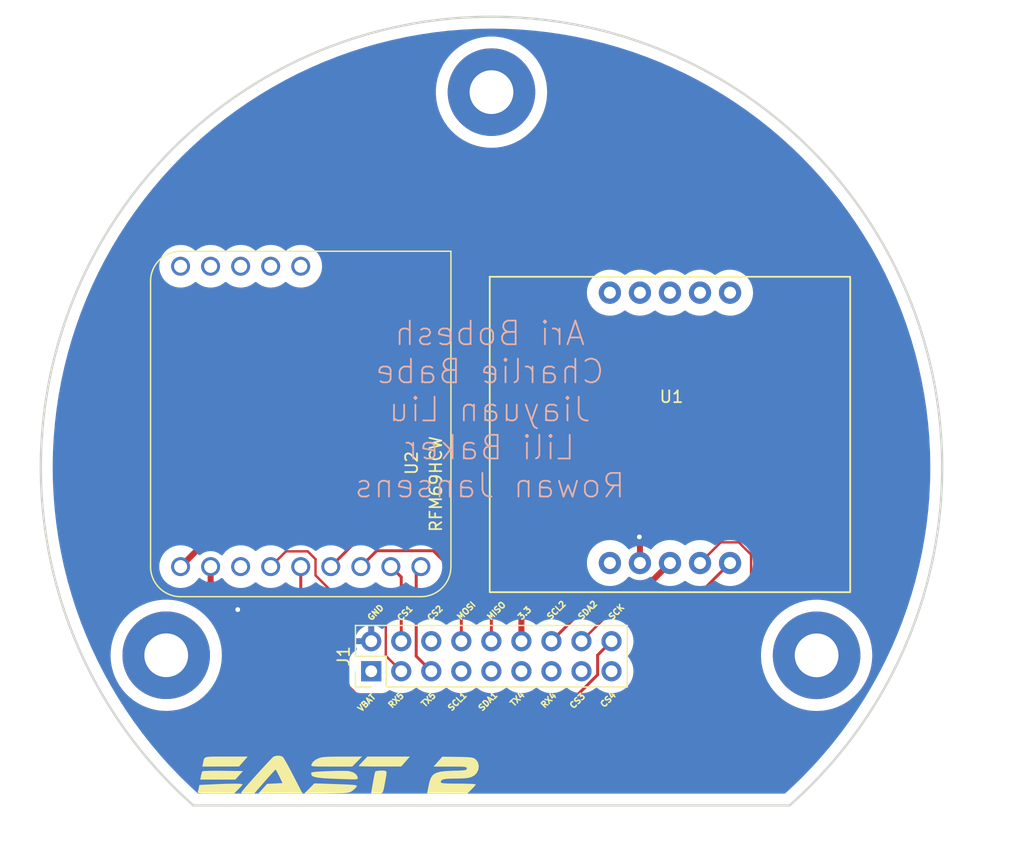
<source format=kicad_pcb>
(kicad_pcb (version 20211014) (generator pcbnew)
  (layers (0 "F.Cu" signal) (31 "B.Cu" signal) (34 "B.Paste" user) (35 "F.Paste" user) (36 "B.SilkS" user "B.Silkscreen") (37 "F.SilkS" user "F.Silkscreen") (38 "B.Mask" user) (39 "F.Mask" user) (44 "Edge.Cuts" user))
  (net 0 "")
  (net 1 "/GND")
  (net 2 "/3.3V")
  (net 3 "/RX 5")
  (net 4 "/TX 5")
  (net 5 "/MOSI")
  (net 6 "/CS 1")
  (net 7 "/CS 2")
  (net 8 "/CS 3")
  (net 9 "/MISO")
  (net 10 "/TX 4")
  (net 11 "/RX 4")
  (net 12 "/SCK")
  (net 13 "/SDA 2")
  (net 14 "/SCL 2")
  (net 15 "/SDA 1")
  (net 16 "/SCL 1")
  (net 29 "/V_BATT")
  (net 30 "/CS 4")
  (footprint "MountingHole:MountingHole_3.7mm_Pad_TopBottom" (layer "F.Cu") (at 170.641661 116.84528)
    (fp_text reference "REF**" hide)
    (fp_text value "MountingHole_3.7mm_Pad_TopBottom" hide)
    (pad "1" thru_hole circle (at 0 0) (size 4.1 4.1) (drill 3.7) (layers *.Cu *.Mask))
    (pad "1" connect circle (at 0 0) (size 7.4 7.4) (layers "F.Cu" "F.Mask"))
    (pad "1" connect circle (at 0 0) (size 7.4 7.4) (layers "B.Cu" "B.Mask"))
  )
  (footprint "LOGO" (layer "F.Cu") (at 130.05796 127.184274)
    (fp_text reference "" (at 0 0) (layer "F.SilkS") (effects (font (size 1.524 1.524) (thickness 0.3))))
    (fp_text value "LOGO" hide)
    (fp_poly (pts (xy 1.318699 -0.931334) (xy -0.43866 -0.931334) (xy -1.026529 -0.932195) (xy -1.465622 -0.935969) (xy -1.776495 -0.944443) (xy -1.9797 -0.959403) (xy -2.095791 -0.982637) (xy -2.145324 -1.01593) (xy -2.148852 -1.061069) (xy -2.143199 -1.0795) (xy -2.019615 -1.312307) (xy -1.812998 -1.49098) (xy -1.566333 -1.620226) (xy -1.4264 -1.674327) (xy -1.260582 -1.714432) (xy -1.042434 -1.742572) (xy -0.745509 -1.760781) (xy -0.343363 -1.771091) (xy 0.190452 -1.775533) (xy 0.462484 -1.776141) (xy 2.152635 -1.778)) (layer "F.SilkS") (width 0) (fill solid))
    (fp_poly (pts (xy 0.619401 -0.569349) (xy 0.922239 -0.559422) (xy 1.043052 -0.5482) (xy 1.389643 -0.448746) (xy 1.642533 -0.281349) (xy 1.769339 -0.070306) (xy 1.778 0.003298) (xy 1.781041 0.054782) (xy 1.777617 0.094585) (xy 1.748913 0.123435) (xy 1.67611 0.142056) (xy 1.540391 0.151175) (xy 1.322939 0.151519) (xy 1.004936 0.143814) (xy 0.567566 0.128785) (xy -0.007989 0.107159) (xy -0.465666 0.089888) (xy -1.119658 0.054097) (xy -1.607542 0.001687) (xy -1.931768 -0.067783) (xy -2.094788 -0.154756) (xy -2.116666 -0.207721) (xy -2.142743 -0.30473) (xy -2.163482 -0.362151) (xy -2.156581 -0.408488) (xy -2.081935 -0.445049) (xy -1.918651 -0.474584) (xy -1.64584 -0.499842) (xy -1.24261 -0.523573) (xy -0.775035 -0.54488) (xy -0.267373 -0.562008) (xy 0.210151 -0.570188)) (layer "F.SilkS") (width 0) (fill solid))
    (fp_poly (pts (xy -9.692879 -0.574442) (xy -9.605752 -0.573341) (xy -7.920651 -0.550334) (xy -8.245844 -0.1905) (xy -8.571037 0.169333) (xy -11.533512 0.169333) (xy -11.475167 -0.148167) (xy -11.421706 -0.371392) (xy -11.3642 -0.517212) (xy -11.353838 -0.531007) (xy -11.253509 -0.549882) (xy -11.010568 -0.564309) (xy -10.651697 -0.573642) (xy -10.203574 -0.577235)) (layer "F.SilkS") (width 0) (fill solid))
    (fp_poly (pts (xy -4.794884 -1.847025) (xy -4.571527 -1.767524) (xy -4.557242 -1.756834) (xy -4.479245 -1.65134) (xy -4.339238 -1.419441) (xy -4.151223 -1.086047) (xy -3.929199 -0.676068) (xy -3.687169 -0.214414) (xy -3.653045 -0.148167) (xy -2.880638 1.354666) (xy -6.627932 1.354666) (xy -6.256133 0.942048) (xy -5.884333 0.52943) (xy -4.580105 0.465666) (xy -4.851219 -0.103098) (xy -4.986937 -0.377011) (xy -5.09692 -0.579187) (xy -5.160281 -0.671604) (xy -5.164666 -0.673664) (xy -5.231768 -0.613763) (xy -5.389725 -0.447129) (xy -5.61884 -0.195291) (xy -5.899416 0.12022) (xy -6.09165 0.3396) (xy -6.976301 1.354666) (xy -7.556951 1.354666) (xy -7.859958 1.351939) (xy -8.02311 1.336798) (xy -8.075874 1.298802) (xy -8.047716 1.227511) (xy -8.022156 1.189844) (xy -7.903592 1.038833) (xy -7.698988 0.797125) (xy -7.428553 0.486998) (xy -7.112495 0.130729) (xy -6.771024 -0.249403) (xy -6.424347 -0.631123) (xy -6.092675 -0.99215) (xy -5.796215 -1.31021) (xy -5.555177 -1.563022) (xy -5.389768 -1.728311) (xy -5.326078 -1.78224) (xy -5.075865 -1.852904)) (layer "F.SilkS") (width 0) (fill solid))
    (fp_poly (pts (xy -0.053824 0.548968) (xy 0.54624 0.570148) (xy 0.99694 0.588878) (xy 1.318177 0.607627) (xy 1.52985 0.628863) (xy 1.651857 0.655054) (xy 1.704097 0.688666) (xy 1.706471 0.732169) (xy 1.691505 0.765415) (xy 1.569803 0.91463) (xy 1.375342 1.085174) (xy 1.333672 1.115945) (xy 1.237824 1.179576) (xy 1.136239 1.228157) (xy 1.005182 1.264104) (xy 0.820916 1.289832) (xy 0.559706 1.307757) (xy 0.197818 1.320294) (xy -0.288486 1.32986) (xy -0.846666 1.337852) (xy -2.751666 1.363372) (xy -2.316657 0.925017) (xy -1.881647 0.486663)) (layer "F.SilkS") (width 0) (fill solid))
    (fp_poly (pts (xy 3.990826 -0.592047) (xy 4.131112 -0.571095) (xy 4.203524 -0.501171) (xy 4.218067 -0.353636) (xy 4.184743 -0.099849) (xy 4.113556 0.288828) (xy 4.102094 0.35048) (xy 4.024089 0.772598) (xy 3.96279 1.0565) (xy 3.898989 1.229451) (xy 3.813475 1.318717) (xy 3.687041 1.351563) (xy 3.500476 1.355254) (xy 3.394614 1.354666) (xy 2.905972 1.354666) (xy 3.060541 0.459379) (xy 3.128271 0.085) (xy 3.190703 -0.228151) (xy 3.239856 -0.441799) (xy 3.263552 -0.514288) (xy 3.368723 -0.557853) (xy 3.587519 -0.586312) (xy 3.772664 -0.592667)) (layer "F.SilkS") (width 0) (fill solid))
    (fp_poly (pts (xy -8.124331 0.527383) (xy -7.972401 0.558113) (xy -7.958666 0.575038) (xy -8.014672 0.665665) (xy -8.159999 0.832607) (xy -8.321705 0.998371) (xy -8.684743 1.354666) (xy -10.23241 1.354666) (xy -10.779691 1.353602) (xy -11.179602 1.34897) (xy -11.4541 1.338613) (xy -11.625142 1.320372) (xy -11.714684 1.29209) (xy -11.744684 1.251608) (xy -11.739908 1.2065) (xy -11.690201 1.007767) (xy -11.651248 0.838747) (xy -11.602757 0.619162) (xy -10.394545 0.563891) (xy -9.579559 0.530841) (xy -8.928881 0.513743) (xy -8.443481 0.512592)) (layer "F.SilkS") (width 0) (fill solid))
    (fp_poly (pts (xy 10.217621 -1.752067) (xy 10.719423 -1.743646) (xy 11.082048 -1.730656) (xy 11.335648 -1.709256) (xy 11.510379 -1.675601) (xy 11.636393 -1.625849) (xy 11.741621 -1.557814) (xy 11.936595 -1.31583) (xy 12.018913 -0.99927) (xy 11.983722 -0.664146) (xy 11.843085 -0.387201) (xy 11.668301 -0.203645) (xy 11.458299 -0.07277) (xy 11.183063 0.013334) (xy 10.81258 0.062578) (xy 10.316835 0.082871) (xy 10.052653 0.084666) (xy 9.559467 0.090916) (xy 9.211932 0.113576) (xy 8.986697 0.158512) (xy 8.860407 0.231588) (xy 8.80971 0.33867) (xy 8.805334 0.397933) (xy 8.841119 0.439316) (xy 8.961213 0.469545) (xy 9.184721 0.490038) (xy 9.530749 0.502215) (xy 10.018402 0.507495) (xy 10.287 0.508) (xy 10.766635 0.511626) (xy 11.181548 0.521687) (xy 11.504645 0.536958) (xy 11.708831 0.556212) (xy 11.768667 0.575038) (xy 11.712661 0.665665) (xy 11.567335 0.832607) (xy 11.405629 0.998371) (xy 11.042591 1.354666) (xy 7.646121 1.354666) (xy 7.761048 0.740833) (xy 7.856279 0.317824) (xy 7.978095 -0.002113) (xy 8.150016 -0.233886) (xy 8.395563 -0.392402) (xy 8.738255 -0.492567) (xy 9.201614 -0.549289) (xy 9.809158 -0.577474) (xy 9.8425 -0.578369) (xy 10.30771 -0.592199) (xy 10.629678 -0.607934) (xy 10.83448 -0.629868) (xy 10.948188 -0.662297) (xy 10.996879 -0.709515) (xy 11.006667 -0.77012) (xy 10.997266 -0.82946) (xy 10.953181 -0.872151) (xy 10.850591 -0.900919) (xy 10.665671 -0.91849) (xy 10.374601 -0.92759) (xy 9.953556 -0.930944) (xy 9.597701 -0.931334) (xy 8.188735 -0.931334) (xy 8.560534 -1.349901) (xy 8.932334 -1.768468)) (layer "F.SilkS") (width 0) (fill solid))
    (fp_poly (pts (xy -9.343018 -1.778) (xy -7.521448 -1.778) (xy -8.255 -0.938958) (xy -11.358788 -0.931334) (xy -11.303406 -1.2065) (xy -11.268812 -1.393711) (xy -11.235883 -1.53512) (xy -11.18275 -1.637105) (xy -11.087547 -1.706039) (xy -10.928406 -1.748297) (xy -10.683459 -1.770255) (xy -10.330838 -1.778287) (xy -9.848677 -1.778769)) (layer "F.SilkS") (width 0) (fill solid))
    (fp_poly (pts (xy 5.461 -0.938958) (xy 3.661834 -0.935146) (xy 3.130499 -0.935849) (xy 2.661382 -0.939971) (xy 2.27907 -0.947003) (xy 2.008154 -0.956442) (xy 1.87322 -0.96778) (xy 1.862667 -0.97218) (xy 1.916649 -1.049792) (xy 2.057303 -1.21136) (xy 2.229154 -1.395514) (xy 2.59564 -1.778) (xy 6.194552 -1.778)) (layer "F.SilkS") (width 0) (fill solid))
  )
  (footprint "Sensors:RFM69HCW_Breakout" (layer "F.Cu") (at 127.02 97.28 -90)
    (fp_text reference "U2" (at 3.304 -9.378 -90) (layer "F.SilkS"))
    (fp_text value "RFM69HCW_Breakout" hide)
    (fp_text user "RFM69HCW" (at 5.08 -11.43 90) (layer "F.SilkS"))
    (fp_line (start 14.605 0) (end 14.605 10.16) (layer "F.SilkS") (width 0.12))
    (fp_line (start -14.605 -12.065) (end -14.605 10.16) (layer "F.SilkS") (width 0.12))
    (fp_line (start -12.065 12.7) (end 12.065 12.7) (layer "F.SilkS") (width 0.12))
    (fp_line (start 12.065 -12.7) (end -14.605 -12.7) (layer "F.SilkS") (width 0.12))
    (fp_line (start -14.605 -12.065) (end -14.605 -12.7) (layer "F.SilkS") (width 0.12))
    (fp_line (start 14.605 0) (end 14.605 -10.16) (layer "F.SilkS") (width 0.12))
    (fp_arc (start -12.065 12.7) (mid -13.861051 11.956051) (end -14.605 10.16) (layer "F.SilkS") (width 0.12))
    (fp_arc (start 14.605 10.16) (mid 13.861051 11.956051) (end 12.065 12.7) (layer "F.SilkS") (width 0.12))
    (fp_arc (start 12.065 -12.7) (mid 13.861051 -11.956051) (end 14.605 -10.16) (layer "F.SilkS") (width 0.12))
    (pad "1" thru_hole circle locked (at 12.065 10.16 90) (size 1.6 1.6) (drill 1.1) (layers *.Cu *.Mask) (net 2 "/3.3V"))
    (pad "2" thru_hole circle locked (at 12.065 7.62 90) (size 1.6 1.6) (drill 1.1) (layers *.Cu *.Mask) (net 1 "/GND"))
    (pad "3" thru_hole circle locked (at 12.065 5.08 90) (size 1.6 1.6) (drill 1.1) (layers *.Cu *.Mask))
    (pad "4" thru_hole circle locked (at 12.065 2.54 90) (size 1.6 1.6) (drill 1.1) (layers *.Cu *.Mask) (net 3 "/RX 5"))
    (pad "5" thru_hole circle locked (at 12.065 0 90) (size 1.6 1.6) (drill 1.1) (layers *.Cu *.Mask) (net 12 "/SCK"))
    (pad "6" thru_hole circle locked (at 12.065 -2.54 90) (size 1.6 1.6) (drill 1.1) (layers *.Cu *.Mask) (net 9 "/MISO"))
    (pad "7" thru_hole circle locked (at 12.065 -5.08 90) (size 1.6 1.6) (drill 1.1) (layers *.Cu *.Mask) (net 5 "/MOSI"))
    (pad "8" thru_hole circle locked (at 12.065 -7.62 90) (size 1.6 1.6) (drill 1.1) (layers *.Cu *.Mask) (net 6 "/CS 1"))
    (pad "9" thru_hole circle locked (at 12.065 -10.16 90) (size 1.6 1.6) (drill 1.1) (layers *.Cu *.Mask) (net 4 "/TX 5"))
    (pad "10" thru_hole circle locked (at -13.335 0 90) (size 1.6 1.6) (drill 1.1) (layers *.Cu *.Mask))
    (pad "11" thru_hole circle locked (at -13.335 2.54 90) (size 1.6 1.6) (drill 1.1) (layers *.Cu *.Mask))
    (pad "12" thru_hole circle locked (at -13.335 5.08 90) (size 1.6 1.6) (drill 1.1) (layers *.Cu *.Mask))
    (pad "13" thru_hole circle locked (at -13.335 7.62 90) (size 1.6 1.6) (drill 1.1) (layers *.Cu *.Mask))
    (pad "14" thru_hole circle locked (at -13.335 10.16 90) (size 1.6 1.6) (drill 1.1) (layers *.Cu *.Mask))
  )
  (footprint "Connector_PinHeader_2.54mm:PinHeader_2x09_P2.54mm_Vertical" (layer "F.Cu") (at 132.979 118.1912 90)
    (fp_text reference "J1" (at 1.27 -2.33 90) (layer "F.SilkS"))
    (fp_text value "Conn_02x09_Odd_Even" hide)
    (fp_line (start 1.27 1.27) (end 1.27 -1.33) (layer "F.SilkS") (width 0.12))
    (fp_line (start -1.33 1.27) (end 1.27 1.27) (layer "F.SilkS") (width 0.12))
    (fp_line (start -1.33 1.27) (end -1.33 21.65) (layer "F.SilkS") (width 0.12))
    (fp_line (start 3.87 -1.33) (end 3.87 21.65) (layer "F.SilkS") (width 0.12))
    (fp_line (start -1.33 -1.33) (end 0 -1.33) (layer "F.SilkS") (width 0.12))
    (fp_line (start 1.27 -1.33) (end 3.87 -1.33) (layer "F.SilkS") (width 0.12))
    (fp_line (start -1.33 21.65) (end 3.87 21.65) (layer "F.SilkS") (width 0.12))
    (fp_line (start -1.33 0) (end -1.33 -1.33) (layer "F.SilkS") (width 0.12))
    (pad "1" thru_hole rect (at 0 0 90) (size 1.7 1.7) (drill 1) (layers *.Cu *.Mask) (net 29 "/V_BATT"))
    (pad "2" thru_hole oval (at 2.54 0 90) (size 1.7 1.7) (drill 1) (layers *.Cu *.Mask) (net 1 "/GND"))
    (pad "3" thru_hole oval (at 0 2.54 90) (size 1.7 1.7) (drill 1) (layers *.Cu *.Mask) (net 3 "/RX 5"))
    (pad "4" thru_hole oval (at 2.54 2.54 90) (size 1.7 1.7) (drill 1) (layers *.Cu *.Mask) (net 6 "/CS 1"))
    (pad "5" thru_hole oval (at 0 5.08 90) (size 1.7 1.7) (drill 1) (layers *.Cu *.Mask) (net 4 "/TX 5"))
    (pad "6" thru_hole oval (at 2.54 5.08 90) (size 1.7 1.7) (drill 1) (layers *.Cu *.Mask) (net 7 "/CS 2"))
    (pad "7" thru_hole oval (at 0 7.62 90) (size 1.7 1.7) (drill 1) (layers *.Cu *.Mask) (net 16 "/SCL 1"))
    (pad "8" thru_hole oval (at 2.54 7.62 90) (size 1.7 1.7) (drill 1) (layers *.Cu *.Mask) (net 5 "/MOSI"))
    (pad "9" thru_hole oval (at 0 10.16 90) (size 1.7 1.7) (drill 1) (layers *.Cu *.Mask) (net 15 "/SDA 1"))
    (pad "10" thru_hole oval (at 2.54 10.16 90) (size 1.7 1.7) (drill 1) (layers *.Cu *.Mask) (net 9 "/MISO"))
    (pad "11" thru_hole oval (at 0 12.7 90) (size 1.7 1.7) (drill 1) (layers *.Cu *.Mask) (net 10 "/TX 4"))
    (pad "12" thru_hole oval (at 2.54 12.7 90) (size 1.7 1.7) (drill 1) (layers *.Cu *.Mask) (net 2 "/3.3V"))
    (pad "13" thru_hole oval (at 0 15.24 90) (size 1.7 1.7) (drill 1) (layers *.Cu *.Mask) (net 11 "/RX 4"))
    (pad "14" thru_hole oval (at 2.54 15.24 90) (size 1.7 1.7) (drill 1) (layers *.Cu *.Mask) (net 14 "/SCL 2"))
    (pad "15" thru_hole oval (at 0 17.78 90) (size 1.7 1.7) (drill 1) (layers *.Cu *.Mask) (net 8 "/CS 3"))
    (pad "16" thru_hole oval (at 2.54 17.78 90) (size 1.7 1.7) (drill 1) (layers *.Cu *.Mask) (net 13 "/SDA 2"))
    (pad "17" thru_hole oval (at 0 20.32 90) (size 1.7 1.7) (drill 1) (layers *.Cu *.Mask) (net 30 "/CS 4"))
    (pad "18" thru_hole oval (at 2.54 20.32 90) (size 1.7 1.7) (drill 1) (layers *.Cu *.Mask) (net 12 "/SCK"))
  )
  (footprint "MountingHole:MountingHole_3.7mm_Pad_TopBottom" (layer "F.Cu") (at 115.644369 116.84)
    (fp_text reference "REF**" hide)
    (fp_text value "MountingHole_3.7mm_Pad_TopBottom" hide)
    (pad "1" thru_hole circle (at 0 0) (size 4.1 4.1) (drill 3.7) (layers *.Cu *.Mask))
    (pad "1" connect circle (at 0 0) (size 7.4 7.4) (layers "F.Cu" "F.Mask"))
    (pad "1" connect circle (at 0 0) (size 7.4 7.4) (layers "B.Cu" "B.Mask"))
  )
  (footprint "MountingHole:MountingHole_3.7mm_Pad_TopBottom" (layer "F.Cu") (at 143.147778 69.222624)
    (fp_text reference "REF**" hide)
    (fp_text value "MountingHole_3.7mm_Pad_TopBottom" hide)
    (pad "1" connect circle (at 0 0) (size 7.4 7.4) (layers "F.Cu" "F.Mask"))
    (pad "1" connect circle (at 0 0) (size 7.4 7.4) (layers "B.Cu" "B.Mask"))
    (pad "1" thru_hole circle (at 0 0) (size 4.1 4.1) (drill 3.7) (layers *.Cu *.Mask))
  )
  (footprint "GPS_layout:GPS-14414" (layer "B.Cu") (at 158.369 97.4829)
    (fp_text reference "U1" (at 0 -2.5 unlocked) (layer "F.SilkS"))
    (fp_text value "GPS-14414")
    (pad "1" thru_hole circle (at -5.207 11.557 270) (size 1.8796 1.8796) (drill 1.016) (layers *.Cu *.Mask))
    (pad "2" thru_hole circle (at -2.667 11.557 270) (size 1.8796 1.8796) (drill 1.016) (layers *.Cu *.Mask) (net 1 "/GND"))
    (pad "3" thru_hole circle (at -0.127 11.557 270) (size 1.8796 1.8796) (drill 1.016) (layers *.Cu *.Mask) (net 2 "/3.3V"))
    (pad "4" thru_hole circle (at 2.413 11.557 270) (size 1.8796 1.8796) (drill 1.016) (layers *.Cu *.Mask) (net 13 "/SDA 2"))
    (pad "5" thru_hole circle (at 4.953 11.557 270) (size 1.8796 1.8796) (drill 1.016) (layers *.Cu *.Mask) (net 14 "/SCL 2"))
    (pad "6" thru_hole circle (at -5.207 -11.303 270) (size 1.8796 1.8796) (drill 1.016) (layers *.Cu *.Mask))
    (pad "7" thru_hole circle (at -2.667 -11.303 270) (size 1.8796 1.8796) (drill 1.016) (layers *.Cu *.Mask))
    (pad "8" thru_hole circle (at -0.127 -11.303 270) (size 1.8796 1.8796) (drill 1.016) (layers *.Cu *.Mask))
    (pad "9" thru_hole circle (at 2.413 -11.303 270) (size 1.8796 1.8796) (drill 1.016) (layers *.Cu *.Mask))
    (pad "10" thru_hole circle (at 4.953 -11.303 270) (size 1.8796 1.8796) (drill 1.016) (layers *.Cu *.Mask))
  )
  (gr_rect (start 143.002 84.836) (end 173.482 111.506) (layer "F.SilkS") (width 0.15) (fill none))
  (gr_line (start 117.949638 129.540466) (end 168.3512 129.540466) (layer "Edge.Cuts") (width 0.2))
  (gr_arc (start 117.949638 129.540466) (mid 143.150419 62.848534) (end 168.3512 129.540466) (layer "Edge.Cuts") (width 0.2))
  (gr_text "Ari Bobesh\nCharlie Babe\nJiayuan Liu\nLili Baker\nRowan Jansens" (at 143.002 96.0628) (layer "B.SilkS") (effects (font (size 2 2)) (justify mirror)))
  (gr_text "CS3" (at 150.4188 120.7008 45) (layer "F.SilkS") (effects (font (size 0.5 0.5) (thickness 0.125))))
  (gr_text "SCL2" (at 148.6408 113.03 45) (layer "F.SilkS") (effects (font (size 0.5 0.5) (thickness 0.125))))
  (gr_text "RX5" (at 135.0772 120.65 45) (layer "F.SilkS") (effects (font (size 0.5 0.5) (thickness 0.125))))
  (gr_text "GND" (at 133.35 113.2332 45) (layer "F.SilkS") (effects (font (size 0.5 0.5) (thickness 0.125))))
  (gr_text "MISO" (at 143.5608 113.0808 45) (layer "F.SilkS") (effects (font (size 0.5 0.5) (thickness 0.125))))
  (gr_text "TX4" (at 145.3388 120.5484 45) (layer "F.SilkS") (effects (font (size 0.5 0.5) (thickness 0.125))))
  (gr_text "3.3" (at 145.9484 113.284 45) (layer "F.SilkS") (effects (font (size 0.5 0.5) (thickness 0.125))))
  (gr_text "SDA2" (at 151.2824 113.03 45) (layer "F.SilkS") (effects (font (size 0.5 0.5) (thickness 0.125))))
  (gr_text "SCK" (at 153.7208 113.1824 45) (layer "F.SilkS") (effects (font (size 0.5 0.5) (thickness 0.125))))
  (gr_text "CS2" (at 138.3792 113.284 45) (layer "F.SilkS") (effects (font (size 0.5 0.5) (thickness 0.125))))
  (gr_text "CS4" (at 153.0096 120.5992 45) (layer "F.SilkS") (effects (font (size 0.5 0.5) (thickness 0.125))))
  (gr_text "MOSI" (at 141.0208 113.0808 45) (layer "F.SilkS") (effects (font (size 0.5 0.5) (thickness 0.125))))
  (gr_text "SCL1" (at 140.2588 120.7516 45) (layer "F.SilkS") (effects (font (size 0.5 0.5) (thickness 0.125))))
  (gr_text "CS1" (at 135.8392 113.284 45) (layer "F.SilkS") (effects (font (size 0.5 0.5) (thickness 0.125))))
  (gr_text "TX5" (at 137.8204 120.5992 45) (layer "F.SilkS") (effects (font (size 0.5 0.5) (thickness 0.125))))
  (gr_text "SDA1" (at 142.8496 120.7516 45) (layer "F.SilkS") (effects (font (size 0.5 0.5) (thickness 0.125))))
  (gr_text "VBAT" (at 132.588 120.8532 45) (layer "F.SilkS") (effects (font (size 0.5 0.5) (thickness 0.125))))
  (gr_text "RX4" (at 147.9804 120.65 45) (layer "F.SilkS") (effects (font (size 0.5 0.5) (thickness 0.125))))
  (segment (start 119.4 110.6878) (end 121.6914 112.9792) (width 0.508) (layer "F.Cu") (net 1))
  (segment (start 155.702 106.8832) (end 155.6512 106.8324) (width 0.508) (layer "F.Cu") (net 1))
  (segment (start 155.702 109.0399) (end 155.702 106.8832) (width 0.508) (layer "F.Cu") (net 1))
  (segment (start 119.4 109.345) (end 119.4 110.6878) (width 0.508) (layer "F.Cu") (net 1))
  (via (at 121.6914 112.9792) (size 0.8) (drill 0.4) (layers "F.Cu" "B.Cu") (net 1))
  (via (at 155.6512 106.8324) (size 0.8) (drill 0.4) (layers "F.Cu" "B.Cu") (net 1))
  (segment (start 119.5758 106.6292) (end 138.9888 106.6292) (width 0.508) (layer "F.Cu") (net 2))
  (segment (start 155.5727 111.7092) (end 147.2892 111.7092) (width 0.508) (layer "F.Cu") (net 2))
  (segment (start 138.9888 106.6292) (end 145.679 113.3194) (width 0.508) (layer "F.Cu") (net 2))
  (segment (start 145.679 113.3194) (end 145.679 115.6512) (width 0.508) (layer "F.Cu") (net 2))
  (segment (start 147.2892 111.7092) (end 145.679 113.3194) (width 0.508) (layer "F.Cu") (net 2))
  (segment (start 116.86 109.345) (end 119.5758 106.6292) (width 0.508) (layer "F.Cu") (net 2))
  (segment (start 158.242 109.0399) (end 155.5727 111.7092) (width 0.508) (layer "F.Cu") (net 2))
  (segment (start 127.6096 108.0516) (end 125.7734 108.0516) (width 0.2032) (layer "F.Cu") (net 3))
  (segment (start 125.7734 108.0516) (end 124.48 109.345) (width 0.2032) (layer "F.Cu") (net 3))
  (segment (start 128.27 108.712) (end 127.6096 108.0516) (width 0.2032) (layer "F.Cu") (net 3))
  (segment (start 135.519 118.1912) (end 134.211629 116.883829) (width 0.2032) (layer "F.Cu") (net 3))
  (segment (start 131.8768 111.4044) (end 129.5908 111.4044) (width 0.2032) (layer "F.Cu") (net 3))
  (segment (start 128.27 110.0836) (end 128.27 108.712) (width 0.2032) (layer "F.Cu") (net 3))
  (segment (start 134.211629 116.883829) (end 134.211629 113.739229) (width 0.2032) (layer "F.Cu") (net 3))
  (segment (start 129.5908 111.4044) (end 128.27 110.0836) (width 0.2032) (layer "F.Cu") (net 3))
  (segment (start 134.211629 113.739229) (end 131.8768 111.4044) (width 0.2032) (layer "F.Cu") (net 3))
  (segment (start 138.059 118.1912) (end 136.784722 116.916922) (width 0.25) (layer "F.Cu") (net 4))
  (segment (start 136.784722 116.916922) (end 136.784722 109.740278) (width 0.25) (layer "F.Cu") (net 4))
  (segment (start 136.784722 109.740278) (end 137.18 109.345) (width 0.25) (layer "F.Cu") (net 4))
  (segment (start 133.4442 108.0008) (end 132.1 109.345) (width 0.25) (layer "F.Cu") (net 5))
  (segment (start 140.599 110.373) (end 138.2268 108.0008) (width 0.25) (layer "F.Cu") (net 5))
  (segment (start 140.599 115.6512) (end 140.599 110.373) (width 0.25) (layer "F.Cu") (net 5))
  (segment (start 138.2268 108.0008) (end 133.4442 108.0008) (width 0.25) (layer "F.Cu") (net 5))
  (segment (start 135.519 110.224) (end 134.64 109.345) (width 0.25) (layer "F.Cu") (net 6))
  (segment (start 135.519 115.6512) (end 135.519 110.224) (width 0.25) (layer "F.Cu") (net 6))
  (segment (start 143.139 115.6512) (end 143.139 111.9986) (width 0.25) (layer "F.Cu") (net 9))
  (segment (start 138.5316 107.3912) (end 131.5138 107.3912) (width 0.25) (layer "F.Cu") (net 9))
  (segment (start 131.5138 107.3912) (end 129.56 109.345) (width 0.25) (layer "F.Cu") (net 9))
  (segment (start 143.139 111.9986) (end 138.5316 107.3912) (width 0.25) (layer "F.Cu") (net 9))
  (segment (start 132.2324 120.65) (end 127.02 115.4376) (width 0.25) (layer "F.Cu") (net 12))
  (segment (start 153.299 115.6512) (end 152.124 116.8262) (width 0.25) (layer "F.Cu") (net 12))
  (segment (start 152.124 116.8262) (end 152.124 118.487901) (width 0.25) (layer "F.Cu") (net 12))
  (segment (start 127.02 115.4376) (end 127.02 109.345) (width 0.25) (layer "F.Cu") (net 12))
  (segment (start 152.124 118.487901) (end 149.961901 120.65) (width 0.25) (layer "F.Cu") (net 12))
  (segment (start 149.961901 120.65) (end 132.2324 120.65) (width 0.25) (layer "F.Cu") (net 12))
  (segment (start 165.1 108.330014) (end 164.059586 107.2896) (width 0.2032) (layer "F.Cu") (net 13))
  (segment (start 162.7124 113.03) (end 165.1 110.6424) (width 0.2032) (layer "F.Cu") (net 13))
  (segment (start 164.059586 107.2896) (end 162.5323 107.2896) (width 0.2032) (layer "F.Cu") (net 13))
  (segment (start 150.759 115.6512) (end 153.3802 113.03) (width 0.2032) (layer "F.Cu") (net 13))
  (segment (start 162.5323 107.2896) (end 160.782 109.0399) (width 0.2032) (layer "F.Cu") (net 13))
  (segment (start 165.1 110.6424) (end 165.1 108.330014) (width 0.2032) (layer "F.Cu") (net 13))
  (segment (start 153.3802 113.03) (end 162.7124 113.03) (width 0.2032) (layer "F.Cu") (net 13))
  (segment (start 159.8399 112.522) (end 163.322 109.0399) (width 0.25) (layer "F.Cu") (net 14))
  (segment (start 151.3482 112.522) (end 159.8399 112.522) (width 0.25) (layer "F.Cu") (net 14))
  (segment (start 148.219 115.6512) (end 151.3482 112.522) (width 0.25) (layer "F.Cu") (net 14))
  (zone (net 1) (net_name "/GND") (layer "B.Cu") (connect_pads (clearance 1)) (min_thickness 0.254) (fill yes (thermal_gap 0.508) (thermal_bridge_width 0.508))
    (polygon (pts (xy 188.183859 70.447323) (xy 179.537518 133.656545) (xy 114.289659 133.821222) (xy 101.589659 101.055222) (xy 109.463659 65.241222) (xy 124.195659 63.717222) (xy 146.039659 61.431222)))
  )
)
</source>
